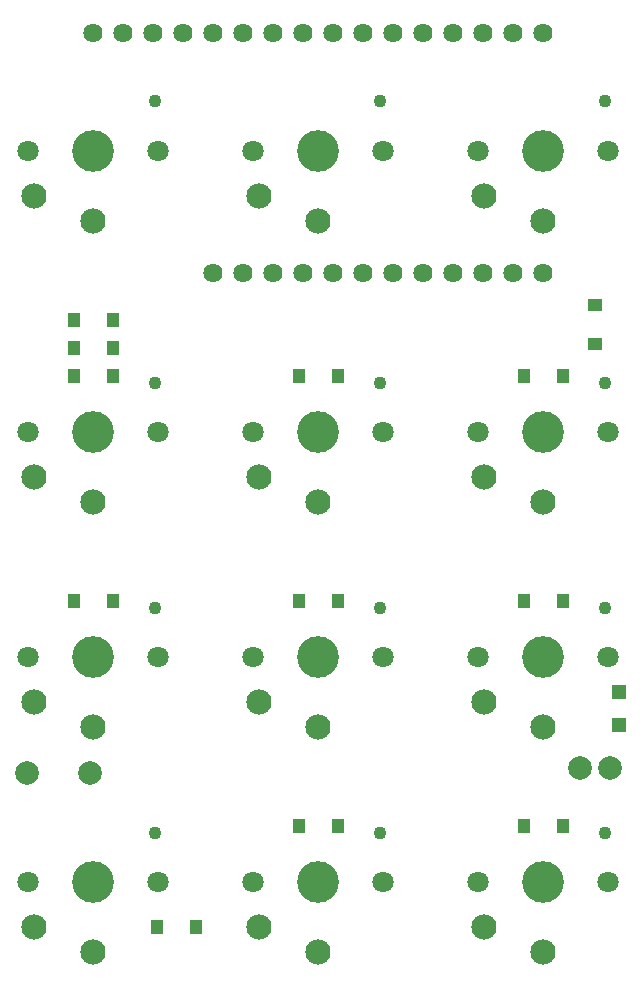
<source format=gbs>
G04 #@! TF.FileFunction,Soldermask,Bot*
%FSLAX46Y46*%
G04 Gerber Fmt 4.6, Leading zero omitted, Abs format (unit mm)*
G04 Created by KiCad (PCBNEW 4.0.7) date Tuesday, March 20, 2018 'PMt' 07:43:28 PM*
%MOMM*%
%LPD*%
G01*
G04 APERTURE LIST*
%ADD10C,0.100000*%
%ADD11C,1.625600*%
%ADD12R,1.301600X1.001600*%
%ADD13R,1.001600X1.301600*%
%ADD14R,1.201600X1.201600*%
%ADD15C,3.530600*%
%ADD16C,2.133600*%
%ADD17C,1.092200*%
%ADD18C,1.803400*%
%ADD19C,2.006600*%
G04 APERTURE END LIST*
D10*
D11*
X91110000Y-74660000D03*
X93650000Y-74660000D03*
X96190000Y-74660000D03*
X98730000Y-74660000D03*
X101270000Y-74660000D03*
X103810000Y-74660000D03*
X106350000Y-74660000D03*
X108890000Y-74660000D03*
X111430000Y-74660000D03*
X113970000Y-74660000D03*
X116510000Y-74660000D03*
X119050000Y-74660000D03*
X119050000Y-54340000D03*
X116510000Y-54340000D03*
X113970000Y-54340000D03*
X111430000Y-54340000D03*
X108890000Y-54340000D03*
X106350000Y-54340000D03*
X103810000Y-54340000D03*
X101270000Y-54340000D03*
X98730000Y-54340000D03*
X96190000Y-54340000D03*
X93650000Y-54340000D03*
X91110000Y-54340000D03*
X88570000Y-54340000D03*
X86030000Y-54340000D03*
X83490000Y-54340000D03*
X80950000Y-54340000D03*
D12*
X123444000Y-80644000D03*
X123444000Y-77344000D03*
D13*
X82612500Y-78581250D03*
X79312500Y-78581250D03*
X82612500Y-80962500D03*
X79312500Y-80962500D03*
X120712500Y-83343750D03*
X117412500Y-83343750D03*
X101662500Y-83343750D03*
X98362500Y-83343750D03*
X82612500Y-83343750D03*
X79312500Y-83343750D03*
X120712500Y-102393750D03*
X117412500Y-102393750D03*
X101662500Y-102393750D03*
X98362500Y-102393750D03*
X82612500Y-102393750D03*
X79312500Y-102393750D03*
D14*
X125500000Y-110100000D03*
X125500000Y-112900000D03*
D13*
X120712500Y-121443750D03*
X117412500Y-121443750D03*
X101662500Y-121443750D03*
X98362500Y-121443750D03*
X89650000Y-130000000D03*
X86350000Y-130000000D03*
D15*
X80962500Y-64293750D03*
D16*
X75962500Y-68093750D03*
X80962500Y-70193750D03*
D17*
X86182500Y-60093750D03*
D18*
X86462500Y-64293750D03*
X75462500Y-64293750D03*
D15*
X100012500Y-88106250D03*
D16*
X95012500Y-91906250D03*
X100012500Y-94006250D03*
D17*
X105232500Y-83906250D03*
D18*
X105512500Y-88106250D03*
X94512500Y-88106250D03*
D15*
X80962500Y-88106250D03*
D16*
X75962500Y-91906250D03*
X80962500Y-94006250D03*
D17*
X86182500Y-83906250D03*
D18*
X86462500Y-88106250D03*
X75462500Y-88106250D03*
D15*
X80962500Y-126206250D03*
D16*
X75962500Y-130006250D03*
X80962500Y-132106250D03*
D17*
X86182500Y-122006250D03*
D18*
X86462500Y-126206250D03*
X75462500Y-126206250D03*
D15*
X100012500Y-126206250D03*
D16*
X95012500Y-130006250D03*
X100012500Y-132106250D03*
D17*
X105232500Y-122006250D03*
D18*
X105512500Y-126206250D03*
X94512500Y-126206250D03*
D15*
X119062500Y-126206250D03*
D16*
X114062500Y-130006250D03*
X119062500Y-132106250D03*
D17*
X124282500Y-122006250D03*
D18*
X124562500Y-126206250D03*
X113562500Y-126206250D03*
D15*
X80962500Y-107156250D03*
D16*
X75962500Y-110956250D03*
X80962500Y-113056250D03*
D17*
X86182500Y-102956250D03*
D18*
X86462500Y-107156250D03*
X75462500Y-107156250D03*
D15*
X100012500Y-107156250D03*
D16*
X95012500Y-110956250D03*
X100012500Y-113056250D03*
D17*
X105232500Y-102956250D03*
D18*
X105512500Y-107156250D03*
X94512500Y-107156250D03*
D15*
X119062500Y-107156250D03*
D16*
X114062500Y-110956250D03*
X119062500Y-113056250D03*
D17*
X124282500Y-102956250D03*
D18*
X124562500Y-107156250D03*
X113562500Y-107156250D03*
D15*
X119062500Y-88106250D03*
D16*
X114062500Y-91906250D03*
X119062500Y-94006250D03*
D17*
X124282500Y-83906250D03*
D18*
X124562500Y-88106250D03*
X113562500Y-88106250D03*
D15*
X100012500Y-64293750D03*
D16*
X95012500Y-68093750D03*
X100012500Y-70193750D03*
D17*
X105232500Y-60093750D03*
D18*
X105512500Y-64293750D03*
X94512500Y-64293750D03*
D15*
X119062500Y-64293750D03*
D16*
X114062500Y-68093750D03*
X119062500Y-70193750D03*
D17*
X124282500Y-60093750D03*
D18*
X124562500Y-64293750D03*
X113562500Y-64293750D03*
D19*
X124740000Y-116540000D03*
X122200000Y-116540000D03*
X75350000Y-117000000D03*
X80650000Y-117000000D03*
M02*

</source>
